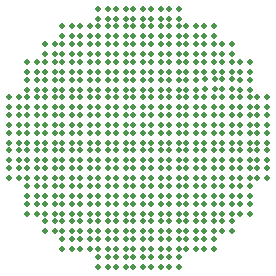
<source format=gbr>
%TF.GenerationSoftware,KiCad,Pcbnew,8.0.2-1*%
%TF.CreationDate,2025-01-26T22:20:59-08:00*%
%TF.ProjectId,Small_Pendant,536d616c-6c5f-4506-956e-64616e742e6b,rev?*%
%TF.SameCoordinates,Original*%
%TF.FileFunction,Paste,Top*%
%TF.FilePolarity,Positive*%
%FSLAX46Y46*%
G04 Gerber Fmt 4.6, Leading zero omitted, Abs format (unit mm)*
G04 Created by KiCad (PCBNEW 8.0.2-1) date 2025-01-26 22:20:59*
%MOMM*%
%LPD*%
G01*
G04 APERTURE LIST*
G04 Aperture macros list*
%AMRoundRect*
0 Rectangle with rounded corners*
0 $1 Rounding radius*
0 $2 $3 $4 $5 $6 $7 $8 $9 X,Y pos of 4 corners*
0 Add a 4 corners polygon primitive as box body*
4,1,4,$2,$3,$4,$5,$6,$7,$8,$9,$2,$3,0*
0 Add four circle primitives for the rounded corners*
1,1,$1+$1,$2,$3*
1,1,$1+$1,$4,$5*
1,1,$1+$1,$6,$7*
1,1,$1+$1,$8,$9*
0 Add four rect primitives between the rounded corners*
20,1,$1+$1,$2,$3,$4,$5,0*
20,1,$1+$1,$4,$5,$6,$7,0*
20,1,$1+$1,$6,$7,$8,$9,0*
20,1,$1+$1,$8,$9,$2,$3,0*%
G04 Aperture macros list end*
%ADD10RoundRect,0.112500X-0.112500X-0.112500X0.112500X-0.112500X0.112500X0.112500X-0.112500X0.112500X0*%
%ADD11RoundRect,0.112500X0.112500X0.112500X-0.112500X0.112500X-0.112500X-0.112500X0.112500X-0.112500X0*%
G04 APERTURE END LIST*
D10*
%TO.C,D135*%
X46575000Y-54075000D03*
X47425000Y-54075000D03*
X46575000Y-54925000D03*
X47425000Y-54925000D03*
%TD*%
D11*
%TO.C,D14*%
X56425000Y-41425000D03*
X55575000Y-41425000D03*
X56425000Y-40575000D03*
X55575000Y-40575000D03*
%TD*%
%TO.C,D115*%
X44425000Y-53425000D03*
X43575000Y-53425000D03*
X44425000Y-52575000D03*
X43575000Y-52575000D03*
%TD*%
%TO.C,D152*%
X59425000Y-56425000D03*
X58575000Y-56425000D03*
X59425000Y-55575000D03*
X58575000Y-55575000D03*
%TD*%
%TO.C,D171*%
X54925000Y-59425000D03*
X54075000Y-59425000D03*
X54925000Y-58575000D03*
X54075000Y-58575000D03*
%TD*%
D10*
%TO.C,D50*%
X42075000Y-45075000D03*
X42925000Y-45075000D03*
X42075000Y-45925000D03*
X42925000Y-45925000D03*
%TD*%
%TO.C,D138*%
X42075000Y-54075000D03*
X42925000Y-54075000D03*
X42075000Y-54925000D03*
X42925000Y-54925000D03*
%TD*%
%TO.C,D98*%
X58575000Y-51075000D03*
X59425000Y-51075000D03*
X58575000Y-51925000D03*
X59425000Y-51925000D03*
%TD*%
D11*
%TO.C,D87*%
X47425000Y-50425000D03*
X46575000Y-50425000D03*
X47425000Y-49575000D03*
X46575000Y-49575000D03*
%TD*%
D10*
%TO.C,D174*%
X51075000Y-60075000D03*
X51925000Y-60075000D03*
X51075000Y-60925000D03*
X51925000Y-60925000D03*
%TD*%
%TO.C,D176*%
X48075000Y-60075000D03*
X48925000Y-60075000D03*
X48075000Y-60925000D03*
X48925000Y-60925000D03*
%TD*%
D11*
%TO.C,D29*%
X45925000Y-44425000D03*
X45075000Y-44425000D03*
X45925000Y-43575000D03*
X45075000Y-43575000D03*
%TD*%
%TO.C,D34*%
X53425000Y-44425000D03*
X52575000Y-44425000D03*
X53425000Y-43575000D03*
X52575000Y-43575000D03*
%TD*%
D10*
%TO.C,D79*%
X42075000Y-48075000D03*
X42925000Y-48075000D03*
X42075000Y-48925000D03*
X42925000Y-48925000D03*
%TD*%
%TO.C,D159*%
X48075000Y-57075000D03*
X48925000Y-57075000D03*
X48075000Y-57925000D03*
X48925000Y-57925000D03*
%TD*%
D11*
%TO.C,D124*%
X57925000Y-53425000D03*
X57075000Y-53425000D03*
X57925000Y-52575000D03*
X57075000Y-52575000D03*
%TD*%
%TO.C,D95*%
X59425000Y-50425000D03*
X58575000Y-50425000D03*
X59425000Y-49575000D03*
X58575000Y-49575000D03*
%TD*%
%TO.C,D28*%
X44425000Y-44425000D03*
X43575000Y-44425000D03*
X44425000Y-43575000D03*
X43575000Y-43575000D03*
%TD*%
%TO.C,D85*%
X44425000Y-50425000D03*
X43575000Y-50425000D03*
X44425000Y-49575000D03*
X43575000Y-49575000D03*
%TD*%
%TO.C,D38*%
X59425000Y-44425000D03*
X58575000Y-44425000D03*
X59425000Y-43575000D03*
X58575000Y-43575000D03*
%TD*%
%TO.C,D88*%
X48925000Y-50425000D03*
X48075000Y-50425000D03*
X48925000Y-49575000D03*
X48075000Y-49575000D03*
%TD*%
D10*
%TO.C,D77*%
X45075000Y-48075000D03*
X45925000Y-48075000D03*
X45075000Y-48925000D03*
X45925000Y-48925000D03*
%TD*%
%TO.C,D155*%
X54075000Y-57075000D03*
X54925000Y-57075000D03*
X54075000Y-57925000D03*
X54925000Y-57925000D03*
%TD*%
D11*
%TO.C,D30*%
X47425000Y-44425000D03*
X46575000Y-44425000D03*
X47425000Y-43575000D03*
X46575000Y-43575000D03*
%TD*%
%TO.C,D63*%
X56425000Y-47425000D03*
X55575000Y-47425000D03*
X56425000Y-46575000D03*
X55575000Y-46575000D03*
%TD*%
%TO.C,D58*%
X48925000Y-47425000D03*
X48075000Y-47425000D03*
X48925000Y-46575000D03*
X48075000Y-46575000D03*
%TD*%
D10*
%TO.C,D15*%
X57075000Y-42075000D03*
X57925000Y-42075000D03*
X57075000Y-42925000D03*
X57925000Y-42925000D03*
%TD*%
D11*
%TO.C,D53*%
X41425000Y-47425000D03*
X40575000Y-47425000D03*
X41425000Y-46575000D03*
X40575000Y-46575000D03*
%TD*%
D10*
%TO.C,D157*%
X51075000Y-57075000D03*
X51925000Y-57075000D03*
X51075000Y-57925000D03*
X51925000Y-57925000D03*
%TD*%
D11*
%TO.C,D9*%
X48925000Y-41425000D03*
X48075000Y-41425000D03*
X48925000Y-40575000D03*
X48075000Y-40575000D03*
%TD*%
%TO.C,D145*%
X48925000Y-56425000D03*
X48075000Y-56425000D03*
X48925000Y-55575000D03*
X48075000Y-55575000D03*
%TD*%
%TO.C,D86*%
X45925000Y-50425000D03*
X45075000Y-50425000D03*
X45925000Y-49575000D03*
X45075000Y-49575000D03*
%TD*%
%TO.C,D66*%
X60925000Y-47425000D03*
X60075000Y-47425000D03*
X60925000Y-46575000D03*
X60075000Y-46575000D03*
%TD*%
%TO.C,D83*%
X41425000Y-50425000D03*
X40575000Y-50425000D03*
X41425000Y-49575000D03*
X40575000Y-49575000D03*
%TD*%
%TO.C,D32*%
X50425000Y-44425000D03*
X49575000Y-44425000D03*
X50425000Y-43575000D03*
X49575000Y-43575000D03*
%TD*%
D10*
%TO.C,D104*%
X49575000Y-51075000D03*
X50425000Y-51075000D03*
X49575000Y-51925000D03*
X50425000Y-51925000D03*
%TD*%
D11*
%TO.C,D112*%
X39925000Y-53425000D03*
X39075000Y-53425000D03*
X39925000Y-52575000D03*
X39075000Y-52575000D03*
%TD*%
D10*
%TO.C,D137*%
X43575000Y-54075000D03*
X44425000Y-54075000D03*
X43575000Y-54925000D03*
X44425000Y-54925000D03*
%TD*%
D11*
%TO.C,D148*%
X53425000Y-56425000D03*
X52575000Y-56425000D03*
X53425000Y-55575000D03*
X52575000Y-55575000D03*
%TD*%
D10*
%TO.C,D67*%
X60075000Y-48075000D03*
X60925000Y-48075000D03*
X60075000Y-48925000D03*
X60925000Y-48925000D03*
%TD*%
%TO.C,D111*%
X39075000Y-51075000D03*
X39925000Y-51075000D03*
X39075000Y-51925000D03*
X39925000Y-51925000D03*
%TD*%
%TO.C,D108*%
X43575000Y-51075000D03*
X44425000Y-51075000D03*
X43575000Y-51925000D03*
X44425000Y-51925000D03*
%TD*%
D11*
%TO.C,D8*%
X47425000Y-41425000D03*
X46575000Y-41425000D03*
X47425000Y-40575000D03*
X46575000Y-40575000D03*
%TD*%
D10*
%TO.C,D163*%
X42075000Y-57075000D03*
X42925000Y-57075000D03*
X42075000Y-57925000D03*
X42925000Y-57925000D03*
%TD*%
D11*
%TO.C,D7*%
X45925000Y-41425000D03*
X45075000Y-41425000D03*
X45925000Y-40575000D03*
X45075000Y-40575000D03*
%TD*%
%TO.C,D31*%
X48925000Y-44425000D03*
X48075000Y-44425000D03*
X48925000Y-43575000D03*
X48075000Y-43575000D03*
%TD*%
D10*
%TO.C,D80*%
X40575000Y-48075000D03*
X41425000Y-48075000D03*
X40575000Y-48925000D03*
X41425000Y-48925000D03*
%TD*%
D11*
%TO.C,D27*%
X42925000Y-44425000D03*
X42075000Y-44425000D03*
X42925000Y-43575000D03*
X42075000Y-43575000D03*
%TD*%
%TO.C,D36*%
X56425000Y-44425000D03*
X55575000Y-44425000D03*
X56425000Y-43575000D03*
X55575000Y-43575000D03*
%TD*%
D10*
%TO.C,D131*%
X52575000Y-54075000D03*
X53425000Y-54075000D03*
X52575000Y-54925000D03*
X53425000Y-54925000D03*
%TD*%
%TO.C,D156*%
X52575000Y-57075000D03*
X53425000Y-57075000D03*
X52575000Y-57925000D03*
X53425000Y-57925000D03*
%TD*%
D11*
%TO.C,D89*%
X50425000Y-50425000D03*
X49575000Y-50425000D03*
X50425000Y-49575000D03*
X49575000Y-49575000D03*
%TD*%
D10*
%TO.C,D5*%
X46575000Y-39075000D03*
X47425000Y-39075000D03*
X46575000Y-39925000D03*
X47425000Y-39925000D03*
%TD*%
%TO.C,D177*%
X46575000Y-60075000D03*
X47425000Y-60075000D03*
X46575000Y-60925000D03*
X47425000Y-60925000D03*
%TD*%
D11*
%TO.C,D116*%
X45925000Y-53425000D03*
X45075000Y-53425000D03*
X45925000Y-52575000D03*
X45075000Y-52575000D03*
%TD*%
D10*
%TO.C,D3*%
X49575000Y-39075000D03*
X50425000Y-39075000D03*
X49575000Y-39925000D03*
X50425000Y-39925000D03*
%TD*%
%TO.C,D130*%
X54075000Y-54075000D03*
X54925000Y-54075000D03*
X54075000Y-54925000D03*
X54925000Y-54925000D03*
%TD*%
D11*
%TO.C,D126*%
X60925000Y-53425000D03*
X60075000Y-53425000D03*
X60925000Y-52575000D03*
X60075000Y-52575000D03*
%TD*%
%TO.C,D140*%
X41425000Y-56425000D03*
X40575000Y-56425000D03*
X41425000Y-55575000D03*
X40575000Y-55575000D03*
%TD*%
D10*
%TO.C,D127*%
X58575000Y-54075000D03*
X59425000Y-54075000D03*
X58575000Y-54925000D03*
X59425000Y-54925000D03*
%TD*%
D11*
%TO.C,D165*%
X45925000Y-59425000D03*
X45075000Y-59425000D03*
X45925000Y-58575000D03*
X45075000Y-58575000D03*
%TD*%
%TO.C,D57*%
X47425000Y-47425000D03*
X46575000Y-47425000D03*
X47425000Y-46575000D03*
X46575000Y-46575000D03*
%TD*%
D10*
%TO.C,D51*%
X40575000Y-45075000D03*
X41425000Y-45075000D03*
X40575000Y-45925000D03*
X41425000Y-45925000D03*
%TD*%
D11*
%TO.C,D62*%
X54925000Y-47425000D03*
X54075000Y-47425000D03*
X54925000Y-46575000D03*
X54075000Y-46575000D03*
%TD*%
%TO.C,D90*%
X51925000Y-50425000D03*
X51075000Y-50425000D03*
X51925000Y-49575000D03*
X51075000Y-49575000D03*
%TD*%
%TO.C,D54*%
X42925000Y-47425000D03*
X42075000Y-47425000D03*
X42925000Y-46575000D03*
X42075000Y-46575000D03*
%TD*%
D10*
%TO.C,D16*%
X55575000Y-42075000D03*
X56425000Y-42075000D03*
X55575000Y-42925000D03*
X56425000Y-42925000D03*
%TD*%
%TO.C,D69*%
X57075000Y-48075000D03*
X57925000Y-48075000D03*
X57075000Y-48925000D03*
X57925000Y-48925000D03*
%TD*%
D11*
%TO.C,D164*%
X44425000Y-59425000D03*
X43575000Y-59425000D03*
X44425000Y-58575000D03*
X43575000Y-58575000D03*
%TD*%
D10*
%TO.C,D158*%
X49575000Y-57075000D03*
X50425000Y-57075000D03*
X49575000Y-57925000D03*
X50425000Y-57925000D03*
%TD*%
%TO.C,D42*%
X54075000Y-45075000D03*
X54925000Y-45075000D03*
X54075000Y-45925000D03*
X54925000Y-45925000D03*
%TD*%
D11*
%TO.C,D146*%
X50425000Y-56425000D03*
X49575000Y-56425000D03*
X50425000Y-55575000D03*
X49575000Y-55575000D03*
%TD*%
%TO.C,D94*%
X57925000Y-50425000D03*
X57075000Y-50425000D03*
X57925000Y-49575000D03*
X57075000Y-49575000D03*
%TD*%
D10*
%TO.C,D97*%
X60075000Y-51075000D03*
X60925000Y-51075000D03*
X60075000Y-51925000D03*
X60925000Y-51925000D03*
%TD*%
%TO.C,D17*%
X54075000Y-42075000D03*
X54925000Y-42075000D03*
X54075000Y-42925000D03*
X54925000Y-42925000D03*
%TD*%
D11*
%TO.C,D149*%
X54925000Y-56425000D03*
X54075000Y-56425000D03*
X54925000Y-55575000D03*
X54075000Y-55575000D03*
%TD*%
D10*
%TO.C,D23*%
X45075000Y-42075000D03*
X45925000Y-42075000D03*
X45075000Y-42925000D03*
X45925000Y-42925000D03*
%TD*%
D11*
%TO.C,D55*%
X44425000Y-47425000D03*
X43575000Y-47425000D03*
X44425000Y-46575000D03*
X43575000Y-46575000D03*
%TD*%
%TO.C,D170*%
X53425000Y-59425000D03*
X52575000Y-59425000D03*
X53425000Y-58575000D03*
X52575000Y-58575000D03*
%TD*%
D10*
%TO.C,D139*%
X40575000Y-54075000D03*
X41425000Y-54075000D03*
X40575000Y-54925000D03*
X41425000Y-54925000D03*
%TD*%
D11*
%TO.C,D26*%
X41425000Y-44425000D03*
X40575000Y-44425000D03*
X41425000Y-43575000D03*
X40575000Y-43575000D03*
%TD*%
%TO.C,D13*%
X54925000Y-41425000D03*
X54075000Y-41425000D03*
X54925000Y-40575000D03*
X54075000Y-40575000D03*
%TD*%
D10*
%TO.C,D68*%
X58575000Y-48075000D03*
X59425000Y-48075000D03*
X58575000Y-48925000D03*
X59425000Y-48925000D03*
%TD*%
%TO.C,D153*%
X57075000Y-57075000D03*
X57925000Y-57075000D03*
X57075000Y-57925000D03*
X57925000Y-57925000D03*
%TD*%
%TO.C,D20*%
X49575000Y-42075000D03*
X50425000Y-42075000D03*
X49575000Y-42925000D03*
X50425000Y-42925000D03*
%TD*%
D11*
%TO.C,D35*%
X54925000Y-44425000D03*
X54075000Y-44425000D03*
X54925000Y-43575000D03*
X54075000Y-43575000D03*
%TD*%
D10*
%TO.C,D173*%
X52575000Y-60075000D03*
X53425000Y-60075000D03*
X52575000Y-60925000D03*
X53425000Y-60925000D03*
%TD*%
%TO.C,D48*%
X45075000Y-45075000D03*
X45925000Y-45075000D03*
X45075000Y-45925000D03*
X45925000Y-45925000D03*
%TD*%
%TO.C,D74*%
X49575000Y-48075000D03*
X50425000Y-48075000D03*
X49575000Y-48925000D03*
X50425000Y-48925000D03*
%TD*%
D11*
%TO.C,D33*%
X51925000Y-44425000D03*
X51075000Y-44425000D03*
X51925000Y-43575000D03*
X51075000Y-43575000D03*
%TD*%
%TO.C,D52*%
X39925000Y-47425000D03*
X39075000Y-47425000D03*
X39925000Y-46575000D03*
X39075000Y-46575000D03*
%TD*%
D10*
%TO.C,D100*%
X55575000Y-51075000D03*
X56425000Y-51075000D03*
X55575000Y-51925000D03*
X56425000Y-51925000D03*
%TD*%
D11*
%TO.C,D121*%
X53425000Y-53425000D03*
X52575000Y-53425000D03*
X53425000Y-52575000D03*
X52575000Y-52575000D03*
%TD*%
%TO.C,D168*%
X50425000Y-59425000D03*
X49575000Y-59425000D03*
X50425000Y-58575000D03*
X49575000Y-58575000D03*
%TD*%
D10*
%TO.C,D133*%
X49575000Y-54075000D03*
X50425000Y-54075000D03*
X49575000Y-54925000D03*
X50425000Y-54925000D03*
%TD*%
%TO.C,D101*%
X54075000Y-51075000D03*
X54925000Y-51075000D03*
X54075000Y-51925000D03*
X54925000Y-51925000D03*
%TD*%
%TO.C,D18*%
X52575000Y-42075000D03*
X53425000Y-42075000D03*
X52575000Y-42925000D03*
X53425000Y-42925000D03*
%TD*%
D11*
%TO.C,D118*%
X48925000Y-53425000D03*
X48075000Y-53425000D03*
X48925000Y-52575000D03*
X48075000Y-52575000D03*
%TD*%
D10*
%TO.C,D41*%
X55650000Y-45000000D03*
X56500000Y-45000000D03*
X55650000Y-45850000D03*
X56500000Y-45850000D03*
%TD*%
D11*
%TO.C,D123*%
X56425000Y-53425000D03*
X55575000Y-53425000D03*
X56425000Y-52575000D03*
X55575000Y-52575000D03*
%TD*%
%TO.C,D82*%
X39925000Y-50425000D03*
X39075000Y-50425000D03*
X39925000Y-49575000D03*
X39075000Y-49575000D03*
%TD*%
D10*
%TO.C,D99*%
X57075000Y-51075000D03*
X57925000Y-51075000D03*
X57075000Y-51925000D03*
X57925000Y-51925000D03*
%TD*%
D11*
%TO.C,D119*%
X50425000Y-53425000D03*
X49575000Y-53425000D03*
X50425000Y-52575000D03*
X49575000Y-52575000D03*
%TD*%
D10*
%TO.C,D39*%
X58575000Y-45075000D03*
X59425000Y-45075000D03*
X58575000Y-45925000D03*
X59425000Y-45925000D03*
%TD*%
%TO.C,D76*%
X46575000Y-48075000D03*
X47425000Y-48075000D03*
X46575000Y-48925000D03*
X47425000Y-48925000D03*
%TD*%
%TO.C,D107*%
X45075000Y-51075000D03*
X45925000Y-51075000D03*
X45075000Y-51925000D03*
X45925000Y-51925000D03*
%TD*%
%TO.C,D128*%
X57075000Y-54075000D03*
X57925000Y-54075000D03*
X57075000Y-54925000D03*
X57925000Y-54925000D03*
%TD*%
D11*
%TO.C,D113*%
X41425000Y-53425000D03*
X40575000Y-53425000D03*
X41425000Y-52575000D03*
X40575000Y-52575000D03*
%TD*%
D10*
%TO.C,D136*%
X45075000Y-54075000D03*
X45925000Y-54075000D03*
X45075000Y-54925000D03*
X45925000Y-54925000D03*
%TD*%
%TO.C,D24*%
X43575000Y-42075000D03*
X44425000Y-42075000D03*
X43575000Y-42925000D03*
X44425000Y-42925000D03*
%TD*%
%TO.C,D105*%
X48075000Y-51075000D03*
X48925000Y-51075000D03*
X48075000Y-51925000D03*
X48925000Y-51925000D03*
%TD*%
D11*
%TO.C,D10*%
X50425000Y-41425000D03*
X49575000Y-41425000D03*
X50425000Y-40575000D03*
X49575000Y-40575000D03*
%TD*%
%TO.C,D141*%
X42925000Y-56425000D03*
X42075000Y-56425000D03*
X42925000Y-55575000D03*
X42075000Y-55575000D03*
%TD*%
D10*
%TO.C,D1*%
X52575000Y-39075000D03*
X53425000Y-39075000D03*
X52575000Y-39925000D03*
X53425000Y-39925000D03*
%TD*%
%TO.C,D70*%
X55575000Y-48075000D03*
X56425000Y-48075000D03*
X55575000Y-48925000D03*
X56425000Y-48925000D03*
%TD*%
%TO.C,D73*%
X51075000Y-48075000D03*
X51925000Y-48075000D03*
X51075000Y-48925000D03*
X51925000Y-48925000D03*
%TD*%
D11*
%TO.C,D142*%
X44425000Y-56425000D03*
X43575000Y-56425000D03*
X44425000Y-55575000D03*
X43575000Y-55575000D03*
%TD*%
D10*
%TO.C,D106*%
X46575000Y-51075000D03*
X47425000Y-51075000D03*
X46575000Y-51925000D03*
X47425000Y-51925000D03*
%TD*%
D11*
%TO.C,D91*%
X53425000Y-50425000D03*
X52575000Y-50425000D03*
X53425000Y-49575000D03*
X52575000Y-49575000D03*
%TD*%
D10*
%TO.C,D154*%
X55575000Y-57075000D03*
X56425000Y-57075000D03*
X55575000Y-57925000D03*
X56425000Y-57925000D03*
%TD*%
D11*
%TO.C,D125*%
X59425000Y-53425000D03*
X58575000Y-53425000D03*
X59425000Y-52575000D03*
X58575000Y-52575000D03*
%TD*%
%TO.C,D117*%
X47425000Y-53425000D03*
X46575000Y-53425000D03*
X47425000Y-52575000D03*
X46575000Y-52575000D03*
%TD*%
%TO.C,D120*%
X51925000Y-53425000D03*
X51075000Y-53425000D03*
X51925000Y-52575000D03*
X51075000Y-52575000D03*
%TD*%
%TO.C,D60*%
X51925000Y-47425000D03*
X51075000Y-47425000D03*
X51925000Y-46575000D03*
X51075000Y-46575000D03*
%TD*%
D10*
%TO.C,D109*%
X42075000Y-51075000D03*
X42925000Y-51075000D03*
X42075000Y-51925000D03*
X42925000Y-51925000D03*
%TD*%
D11*
%TO.C,D169*%
X51925000Y-59425000D03*
X51075000Y-59425000D03*
X51925000Y-58575000D03*
X51075000Y-58575000D03*
%TD*%
%TO.C,D151*%
X57925000Y-56425000D03*
X57075000Y-56425000D03*
X57925000Y-55575000D03*
X57075000Y-55575000D03*
%TD*%
%TO.C,D147*%
X51925000Y-56425000D03*
X51075000Y-56425000D03*
X51925000Y-55575000D03*
X51075000Y-55575000D03*
%TD*%
D10*
%TO.C,D129*%
X55575000Y-54075000D03*
X56425000Y-54075000D03*
X55575000Y-54925000D03*
X56425000Y-54925000D03*
%TD*%
%TO.C,D4*%
X48075000Y-39075000D03*
X48925000Y-39075000D03*
X48075000Y-39925000D03*
X48925000Y-39925000D03*
%TD*%
D11*
%TO.C,D143*%
X45925000Y-56425000D03*
X45075000Y-56425000D03*
X45925000Y-55575000D03*
X45075000Y-55575000D03*
%TD*%
D10*
%TO.C,D40*%
X57075000Y-45000000D03*
X57925000Y-45000000D03*
X57075000Y-45850000D03*
X57925000Y-45850000D03*
%TD*%
%TO.C,D81*%
X39075000Y-48075000D03*
X39925000Y-48075000D03*
X39075000Y-48925000D03*
X39925000Y-48925000D03*
%TD*%
%TO.C,D102*%
X52575000Y-51075000D03*
X53425000Y-51075000D03*
X52575000Y-51925000D03*
X53425000Y-51925000D03*
%TD*%
D11*
%TO.C,D172*%
X56425000Y-59425000D03*
X55575000Y-59425000D03*
X56425000Y-58575000D03*
X55575000Y-58575000D03*
%TD*%
D10*
%TO.C,D71*%
X54075000Y-48075000D03*
X54925000Y-48075000D03*
X54075000Y-48925000D03*
X54925000Y-48925000D03*
%TD*%
%TO.C,D45*%
X49575000Y-45075000D03*
X50425000Y-45075000D03*
X49575000Y-45925000D03*
X50425000Y-45925000D03*
%TD*%
D11*
%TO.C,D6*%
X44425000Y-41425000D03*
X43575000Y-41425000D03*
X44425000Y-40575000D03*
X43575000Y-40575000D03*
%TD*%
%TO.C,D96*%
X60925000Y-50425000D03*
X60075000Y-50425000D03*
X60925000Y-49575000D03*
X60075000Y-49575000D03*
%TD*%
D10*
%TO.C,D75*%
X48075000Y-48075000D03*
X48925000Y-48075000D03*
X48075000Y-48925000D03*
X48925000Y-48925000D03*
%TD*%
%TO.C,D132*%
X51075000Y-54075000D03*
X51925000Y-54075000D03*
X51075000Y-54925000D03*
X51925000Y-54925000D03*
%TD*%
%TO.C,D25*%
X42075000Y-42075000D03*
X42925000Y-42075000D03*
X42075000Y-42925000D03*
X42925000Y-42925000D03*
%TD*%
D11*
%TO.C,D12*%
X53425000Y-41425000D03*
X52575000Y-41425000D03*
X53425000Y-40575000D03*
X52575000Y-40575000D03*
%TD*%
D10*
%TO.C,D175*%
X49575000Y-60075000D03*
X50425000Y-60075000D03*
X49575000Y-60925000D03*
X50425000Y-60925000D03*
%TD*%
D11*
%TO.C,D114*%
X42925000Y-53425000D03*
X42075000Y-53425000D03*
X42925000Y-52575000D03*
X42075000Y-52575000D03*
%TD*%
D10*
%TO.C,D43*%
X52575000Y-45075000D03*
X53425000Y-45075000D03*
X52575000Y-45925000D03*
X53425000Y-45925000D03*
%TD*%
D11*
%TO.C,D64*%
X57925000Y-47425000D03*
X57075000Y-47425000D03*
X57925000Y-46575000D03*
X57075000Y-46575000D03*
%TD*%
%TO.C,D59*%
X50425000Y-47425000D03*
X49575000Y-47425000D03*
X50425000Y-46575000D03*
X49575000Y-46575000D03*
%TD*%
%TO.C,D144*%
X47425000Y-56425000D03*
X46575000Y-56425000D03*
X47425000Y-55575000D03*
X46575000Y-55575000D03*
%TD*%
D10*
%TO.C,D44*%
X51075000Y-45075000D03*
X51925000Y-45075000D03*
X51075000Y-45925000D03*
X51925000Y-45925000D03*
%TD*%
D11*
%TO.C,D150*%
X56425000Y-56425000D03*
X55575000Y-56425000D03*
X56425000Y-55575000D03*
X55575000Y-55575000D03*
%TD*%
%TO.C,D11*%
X51925000Y-41425000D03*
X51075000Y-41425000D03*
X51925000Y-40575000D03*
X51075000Y-40575000D03*
%TD*%
D10*
%TO.C,D161*%
X45075000Y-57075000D03*
X45925000Y-57075000D03*
X45075000Y-57925000D03*
X45925000Y-57925000D03*
%TD*%
%TO.C,D19*%
X51075000Y-42075000D03*
X51925000Y-42075000D03*
X51075000Y-42925000D03*
X51925000Y-42925000D03*
%TD*%
%TO.C,D46*%
X48075000Y-45075000D03*
X48925000Y-45075000D03*
X48075000Y-45925000D03*
X48925000Y-45925000D03*
%TD*%
%TO.C,D160*%
X46575000Y-57075000D03*
X47425000Y-57075000D03*
X46575000Y-57925000D03*
X47425000Y-57925000D03*
%TD*%
%TO.C,D110*%
X40575000Y-51075000D03*
X41425000Y-51075000D03*
X40575000Y-51925000D03*
X41425000Y-51925000D03*
%TD*%
D11*
%TO.C,D65*%
X59425000Y-47425000D03*
X58575000Y-47425000D03*
X59425000Y-46575000D03*
X58575000Y-46575000D03*
%TD*%
D10*
%TO.C,D78*%
X43575000Y-48075000D03*
X44425000Y-48075000D03*
X43575000Y-48925000D03*
X44425000Y-48925000D03*
%TD*%
%TO.C,D49*%
X43575000Y-45075000D03*
X44425000Y-45075000D03*
X43575000Y-45925000D03*
X44425000Y-45925000D03*
%TD*%
D11*
%TO.C,D56*%
X45925000Y-47425000D03*
X45075000Y-47425000D03*
X45925000Y-46575000D03*
X45075000Y-46575000D03*
%TD*%
D10*
%TO.C,D72*%
X52575000Y-48075000D03*
X53425000Y-48075000D03*
X52575000Y-48925000D03*
X53425000Y-48925000D03*
%TD*%
%TO.C,D134*%
X48075000Y-54075000D03*
X48925000Y-54075000D03*
X48075000Y-54925000D03*
X48925000Y-54925000D03*
%TD*%
D11*
%TO.C,D122*%
X54925000Y-53425000D03*
X54075000Y-53425000D03*
X54925000Y-52575000D03*
X54075000Y-52575000D03*
%TD*%
%TO.C,D84*%
X42925000Y-50425000D03*
X42075000Y-50425000D03*
X42925000Y-49575000D03*
X42075000Y-49575000D03*
%TD*%
%TO.C,D167*%
X48925000Y-59450000D03*
X48075000Y-59450000D03*
X48925000Y-58600000D03*
X48075000Y-58600000D03*
%TD*%
D10*
%TO.C,D162*%
X43575000Y-57075000D03*
X44425000Y-57075000D03*
X43575000Y-57925000D03*
X44425000Y-57925000D03*
%TD*%
D11*
%TO.C,D92*%
X54925000Y-50425000D03*
X54075000Y-50425000D03*
X54925000Y-49575000D03*
X54075000Y-49575000D03*
%TD*%
D10*
%TO.C,D21*%
X48075000Y-42075000D03*
X48925000Y-42075000D03*
X48075000Y-42925000D03*
X48925000Y-42925000D03*
%TD*%
%TO.C,D103*%
X51075000Y-51075000D03*
X51925000Y-51075000D03*
X51075000Y-51925000D03*
X51925000Y-51925000D03*
%TD*%
D11*
%TO.C,D61*%
X53425000Y-47425000D03*
X52575000Y-47425000D03*
X53425000Y-46575000D03*
X52575000Y-46575000D03*
%TD*%
%TO.C,D166*%
X47425000Y-59425000D03*
X46575000Y-59425000D03*
X47425000Y-58575000D03*
X46575000Y-58575000D03*
%TD*%
D10*
%TO.C,D47*%
X46575000Y-45075000D03*
X47425000Y-45075000D03*
X46575000Y-45925000D03*
X47425000Y-45925000D03*
%TD*%
D11*
%TO.C,D37*%
X57925000Y-44425000D03*
X57075000Y-44425000D03*
X57925000Y-43575000D03*
X57075000Y-43575000D03*
%TD*%
D10*
%TO.C,D2*%
X51075000Y-39075000D03*
X51925000Y-39075000D03*
X51075000Y-39925000D03*
X51925000Y-39925000D03*
%TD*%
D11*
%TO.C,D93*%
X56425000Y-50425000D03*
X55575000Y-50425000D03*
X56425000Y-49575000D03*
X55575000Y-49575000D03*
%TD*%
D10*
%TO.C,D22*%
X46575000Y-42075000D03*
X47425000Y-42075000D03*
X46575000Y-42925000D03*
X47425000Y-42925000D03*
%TD*%
M02*

</source>
